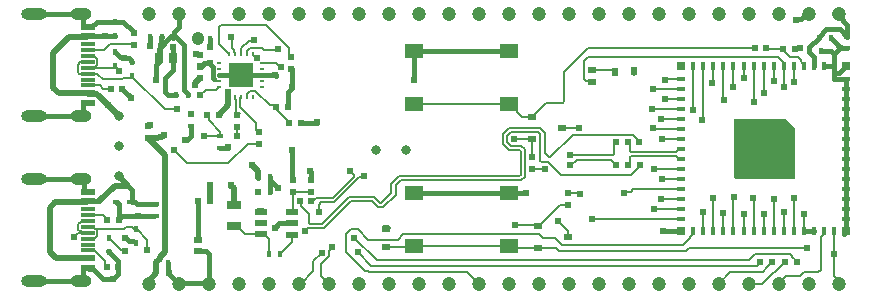
<source format=gtl>
G04*
G04 #@! TF.GenerationSoftware,Altium Limited,Altium Designer,24.7.2 (38)*
G04*
G04 Layer_Physical_Order=1*
G04 Layer_Color=255*
%FSLAX25Y25*%
%MOIN*%
G70*
G04*
G04 #@! TF.SameCoordinates,5553529B-7FC1-40E9-B1A8-37912BF81215*
G04*
G04*
G04 #@! TF.FilePolarity,Positive*
G04*
G01*
G75*
%ADD15C,0.00600*%
%ADD18R,0.02362X0.03150*%
%ADD19R,0.01968X0.02362*%
%ADD20R,0.02559X0.02165*%
%ADD21R,0.01575X0.03150*%
%ADD22R,0.03150X0.01575*%
%ADD23R,0.03150X0.03150*%
%ADD24R,0.04724X0.04724*%
%ADD25R,0.05906X0.04921*%
%ADD26R,0.01772X0.01968*%
%ADD27R,0.02362X0.01968*%
%ADD28R,0.04724X0.01181*%
%ADD29R,0.04724X0.02362*%
%ADD30R,0.01968X0.01772*%
%ADD31R,0.03150X0.02362*%
%ADD32R,0.01575X0.01890*%
%ADD33R,0.01575X0.00984*%
%ADD34R,0.00984X0.01575*%
%ADD35R,0.07874X0.07874*%
%ADD36R,0.02559X0.03347*%
%ADD37R,0.04331X0.02362*%
%ADD38R,0.05118X0.03150*%
%ADD39R,0.01890X0.01575*%
%ADD60O,0.08661X0.03937*%
%ADD61O,0.07087X0.03937*%
%AMCUSTOMSHAPE62*
4,1,5,0.00000,0.02362,0.02362,-0.00039,0.02362,-0.02362,-0.02362,-0.02362,-0.02362,0.02362,0.00000,0.02362,0.0*%
%ADD62CUSTOMSHAPE62*%

%ADD63C,0.01500*%
%ADD64C,0.02000*%
%ADD65C,0.00623*%
%ADD66C,0.04000*%
%ADD67C,0.00603*%
%ADD68C,0.04724*%
%ADD69C,0.03150*%
%ADD70C,0.02400*%
G36*
X260600Y56800D02*
Y40000D01*
X240700D01*
X240000Y40700D01*
Y59900D01*
X257500D01*
X260600Y56800D01*
D02*
G37*
D15*
X24744Y16102D02*
X24835Y16012D01*
X27233D01*
X21833Y75022D02*
X22990D01*
X23063Y74949D01*
X21382Y75473D02*
X21833Y75022D01*
X21382Y75473D02*
Y78013D01*
X27233Y77008D02*
X33323D01*
X24744D02*
X27233D01*
Y77098D02*
Y77381D01*
X27906Y78054D01*
X27913Y74949D02*
X28200Y74661D01*
X23063Y74949D02*
X27913D01*
X28200Y74661D02*
X29759Y73102D01*
X27906Y78054D02*
Y79898D01*
X27150Y80654D02*
X27906Y79898D01*
X25035Y80654D02*
X27150D01*
X24744Y80945D02*
X25035Y80654D01*
X63304Y54204D02*
X68687D01*
X63300Y54200D02*
X63304Y54204D01*
X68687D02*
X68692Y54208D01*
X68726Y55016D02*
Y55697D01*
X64984Y59439D02*
X68726Y55697D01*
X53400Y49500D02*
X57700Y45200D01*
X71500D01*
X77963Y51663D01*
X128012Y19700D02*
X129912Y21600D01*
X118149Y19700D02*
X128012D01*
X114718Y23131D02*
X118149Y19700D01*
X80642Y80388D02*
X81042D01*
X79639Y81391D02*
Y81687D01*
Y81391D02*
X80642Y80388D01*
X85600Y83074D02*
X88074D01*
X260537Y83400D02*
X260717Y83580D01*
X261851D01*
X262032Y83761D01*
X183600Y65986D02*
Y75722D01*
X172550Y53250D02*
X172700Y53100D01*
X166750Y53250D02*
X172550D01*
X166700Y53300D02*
X166750Y53250D01*
X270079Y77559D02*
Y78347D01*
X73365Y82335D02*
X73725Y81974D01*
X73365Y82335D02*
Y82560D01*
X73357Y82568D02*
X73365Y82560D01*
X73357Y82568D02*
Y82930D01*
X72691Y83596D02*
Y87209D01*
Y83596D02*
X72986Y83300D01*
X73357Y82930D01*
X50357Y63186D02*
X54514D01*
X39500Y74042D02*
X50357Y63186D01*
X262327Y79220D02*
X262913Y78634D01*
X263098D02*
X263386Y78347D01*
X262327Y79220D02*
Y79755D01*
X262913Y78634D02*
X263098D01*
X263386Y77559D02*
Y78347D01*
X261363Y80719D02*
X262327Y79755D01*
X258931Y80719D02*
X261363D01*
X256600Y83203D02*
Y83400D01*
X257281Y82369D02*
Y82522D01*
Y82369D02*
X258931Y80719D01*
X256600Y83203D02*
X257281Y82522D01*
X256405Y77846D02*
X256693Y77559D01*
Y70600D02*
Y77559D01*
X256405Y77846D02*
Y78983D01*
X190120Y73280D02*
Y79414D01*
X254755Y80634D02*
X254789Y80600D01*
X254789D02*
X256405Y78983D01*
X191306Y80600D02*
X220211D01*
X190120Y79414D02*
X191306Y80600D01*
X220245Y80634D02*
X254755D01*
X220211Y80600D02*
X220245Y80634D01*
X254789Y80600D02*
X254789D01*
X169595Y60680D02*
X172900D01*
X177620Y65400D01*
X183014D02*
X183600Y65986D01*
X177620Y65400D02*
X183014D01*
X191478Y83600D02*
X247000D01*
X190120Y73280D02*
X190777Y72623D01*
X192540D02*
X193066Y72097D01*
X190777Y72623D02*
X192540D01*
X192900Y76200D02*
X200070D01*
X255000Y95000D02*
X255481Y94519D01*
X129912Y21600D02*
X175097D01*
X121031Y13000D02*
X245213D01*
X113600Y20431D02*
X121031Y13000D01*
X110900Y21549D02*
X112482Y23131D01*
X114718D01*
X110900Y15494D02*
Y21549D01*
X24744Y82913D02*
X30268D01*
X32178Y84823D01*
X40140D01*
X36218Y73102D02*
X36871Y73755D01*
X39213D01*
X29759Y73102D02*
X36218D01*
X66700Y73129D02*
X67178Y72652D01*
X68479D01*
X72500Y87400D02*
X72691Y87209D01*
X88937Y15098D02*
X89323Y15484D01*
X89421D01*
X88937Y15000D02*
Y15098D01*
X85000Y15000D02*
Y19984D01*
X82500Y21500D02*
X83484D01*
X85000Y19984D01*
X77008Y21500D02*
X82500D01*
X73409Y24114D02*
X74394D01*
X77008Y21500D01*
X92835Y28980D02*
X93000Y29146D01*
Y35500D01*
X99000D01*
X75725Y83437D02*
X78295Y86006D01*
X75709Y81974D02*
Y83284D01*
X75725Y83300D01*
Y83437D01*
X79732Y86006D02*
X80000Y86274D01*
X78295Y86006D02*
X79732D01*
X68400Y90552D02*
X68986Y91138D01*
X68400Y85051D02*
Y90552D01*
X68986Y91138D02*
X84262D01*
X77963Y51663D02*
X81800D01*
X92835Y18898D02*
Y21402D01*
X30516Y10984D02*
X31000Y10500D01*
X30516Y10984D02*
Y12729D01*
X27233Y16012D02*
X30516Y12729D01*
X33811Y77496D02*
Y77653D01*
X39500Y74042D02*
Y74200D01*
X39213Y73755D02*
X39500Y74042D01*
X34832Y76070D02*
X35100Y75802D01*
X33811Y77496D02*
X34832Y76475D01*
Y76070D02*
Y76475D01*
X62223Y67843D02*
X63980Y69600D01*
X67552D02*
X68229Y70277D01*
X63980Y69600D02*
X67552D01*
X68229Y70277D02*
Y70557D01*
X68237Y70565D01*
X68516D01*
X22255Y78886D02*
X24654D01*
X21382Y78013D02*
X22255Y78886D01*
X24654D02*
X24744Y78976D01*
X33323Y77008D02*
X33811Y77496D01*
X74300Y54400D02*
X74500Y54600D01*
Y57263D01*
X24744Y71102D02*
X28665D01*
X29667Y70100D02*
X32300D01*
X28665Y71102D02*
X29667Y70100D01*
X31100Y26300D02*
Y26497D01*
X29683Y27913D02*
X31100Y26497D01*
X24744Y27913D02*
X29683D01*
X250000Y68700D02*
Y77559D01*
X246677Y65623D02*
Y77536D01*
Y65623D02*
X246700Y65600D01*
X246654Y77559D02*
X246677Y77536D01*
X243300Y73500D02*
X243307Y73507D01*
Y77559D01*
X239900Y70700D02*
X239961Y70761D01*
Y77559D01*
X239900Y70600D02*
Y70700D01*
X236614Y66686D02*
Y77559D01*
Y66686D02*
X236700Y66600D01*
Y66400D02*
Y66600D01*
X229921Y22441D02*
Y28879D01*
X233268Y22441D02*
Y33432D01*
X233200Y33500D02*
X233268Y33432D01*
X236500Y28600D02*
X236614Y28486D01*
Y22441D02*
Y28486D01*
X239961Y33761D02*
X240000Y33800D01*
X239961Y22441D02*
Y33761D01*
X243300Y28300D02*
X243307Y28293D01*
Y22441D02*
Y28293D01*
X246500Y33600D02*
X246654Y33446D01*
Y22441D02*
Y33446D01*
X246500Y33600D02*
Y33700D01*
X225516Y20245D02*
Y20595D01*
X180379Y20245D02*
X182645Y17979D01*
X245213Y13000D02*
X247194Y14981D01*
X258705D01*
X259584Y13950D02*
Y14102D01*
Y13950D02*
X261037Y12497D01*
X258705Y14981D02*
X259584Y14102D01*
X264419Y16981D02*
X264500Y16900D01*
X224078Y15979D02*
X225080Y16981D01*
X180876Y16920D02*
X181816Y15979D01*
X174900Y16920D02*
X180876D01*
X225080Y16981D02*
X264419D01*
X181816Y15979D02*
X224078D01*
X165000Y17500D02*
X165580Y16920D01*
X174900D01*
X133346Y17500D02*
X165000D01*
X124139Y17101D02*
X132947D01*
X133346Y17500D01*
X165000Y64784D02*
X165492D01*
X169595Y60680D01*
X133346Y64784D02*
X165000D01*
X182841Y56940D02*
X188340D01*
X188370Y56970D01*
X188400Y57000D01*
X185118Y35118D02*
X188481D01*
X184900Y35337D02*
X185118Y35118D01*
X188481D02*
X188700Y34900D01*
X184841Y20660D02*
Y22759D01*
X182200Y25400D02*
X184841Y22759D01*
X177263Y43263D02*
X177300Y43300D01*
X172700Y43263D02*
X177263D01*
X217379Y72779D02*
X218025Y73425D01*
X222441D01*
X217000Y72779D02*
X217379D01*
X226500Y63100D02*
X226537Y63137D01*
Y77522D01*
X226575Y77559D01*
X229500Y59700D02*
X229711Y59911D01*
Y77348D02*
X229921Y77559D01*
X229711Y59911D02*
Y77348D01*
X233084Y77375D02*
X233268Y77559D01*
X232900Y71800D02*
X233084Y71984D01*
Y77375D01*
X253859Y8862D02*
X257100Y12103D01*
X245000Y5000D02*
X249538D01*
X253400Y8862D02*
X253859D01*
X249538Y5000D02*
X253400Y8862D01*
X114650Y15562D02*
X119212Y11000D01*
X261037Y12300D02*
Y12497D01*
X91863Y58700D02*
Y58897D01*
X87463Y63800D02*
X87947Y63316D01*
Y62813D02*
Y63316D01*
Y62813D02*
X91863Y58897D01*
X85309Y64481D02*
X86979D01*
X80586Y69204D02*
X85309Y64481D01*
X78691Y69204D02*
X80586D01*
X77678Y67324D02*
Y68191D01*
X78691Y69204D01*
X77670Y67317D02*
X77678Y67324D01*
X86979Y64481D02*
X87463Y63997D01*
Y63800D02*
Y63997D01*
X64500Y61200D02*
X64984Y60716D01*
Y59439D02*
Y60716D01*
X84262Y91138D02*
X91919Y83481D01*
Y80921D02*
X92403Y80437D01*
X92600D01*
X70151Y83300D02*
X71765Y81687D01*
X68400Y85051D02*
X70151Y83300D01*
X77678Y81974D02*
Y82561D01*
X78691Y83574D01*
X83019D01*
X88897Y77642D02*
X89165Y77375D01*
X88358Y77642D02*
X88897D01*
X87561Y78439D02*
X88358Y77642D01*
X82887Y78439D02*
X87561D01*
X172700Y47200D02*
Y53100D01*
X174750Y24550D02*
X174900Y24400D01*
X167068Y24700D02*
X167218Y24550D01*
X174750D01*
X182219Y31400D02*
X184900D01*
X179097Y28278D02*
X182219Y31400D01*
X179097Y28203D02*
Y28278D01*
X174900Y24400D02*
X175294D01*
X179097Y28203D01*
X151000Y9000D02*
X155000Y5000D01*
X118384Y9000D02*
X151000D01*
X116994Y9400D02*
X117984D01*
X273425Y7583D02*
Y15012D01*
Y22441D01*
X226287Y22153D02*
X226575Y22441D01*
X225516Y20595D02*
X226287Y21366D01*
X223250Y17979D02*
X225516Y20245D01*
X182645Y17979D02*
X223250D01*
X175097Y21600D02*
X176452Y20245D01*
X180379D01*
X226287Y21366D02*
Y22153D01*
X250000Y28100D02*
X250200Y28300D01*
X250000Y22441D02*
Y28100D01*
X253300Y33300D02*
X253346Y33253D01*
Y22441D02*
Y33253D01*
X256693Y22441D02*
Y28893D01*
X256800Y29000D01*
X260039Y33539D02*
X260100Y33600D01*
X260039Y22441D02*
Y33539D01*
X229900Y28900D02*
X229911Y28889D01*
X229921Y28879D01*
X263386Y22441D02*
Y28286D01*
X263500Y28400D01*
X275000Y5000D02*
Y6008D01*
X273425Y7583D02*
X275000Y6008D01*
X270079Y21654D02*
Y22441D01*
X269020Y20595D02*
X270079Y21654D01*
X269020Y9720D02*
Y20595D01*
X263400Y8862D02*
X268162D01*
X269020Y9720D01*
X257600Y7600D02*
X262138D01*
X255000Y5000D02*
X257600Y7600D01*
X262138D02*
X263400Y8862D01*
X215800Y33300D02*
X215832Y33268D01*
X222441D01*
X216039Y39961D02*
X222441D01*
X216000Y40000D02*
X216039Y39961D01*
X213021Y70079D02*
X222441D01*
X213000Y70100D02*
X213021Y70079D01*
X212886Y63386D02*
X222441D01*
X212800Y63300D02*
X212886Y63386D01*
X213307Y56693D02*
X222441D01*
X213100Y56900D02*
X213307Y56693D01*
X213546Y43354D02*
X222394D01*
X222441Y43307D01*
X213500Y43400D02*
X213546Y43354D01*
X213411Y29911D02*
X222430D01*
X222441Y29921D01*
X213400Y29900D02*
X213411Y29911D01*
X216200Y53400D02*
X216227Y53373D01*
X222414D01*
X222441Y53347D01*
X215700Y60000D02*
X215720Y60020D01*
X222421D01*
X222441Y60039D01*
X217000Y66700D02*
X217032Y66732D01*
X222441D01*
X203400Y35400D02*
X203668Y35668D01*
X206600Y36614D02*
X222441D01*
X205654Y35668D02*
X206600Y36614D01*
X203668Y35668D02*
X205654D01*
X192908Y26575D02*
X222441D01*
X119212Y11000D02*
X247697D01*
X248800Y12103D02*
Y12300D01*
X247697Y11000D02*
X248800Y12103D01*
X252737D02*
Y12300D01*
X235000Y5000D02*
X238862Y8862D01*
X251284Y10650D02*
X252737Y12103D01*
X251284Y10498D02*
Y10650D01*
X238862Y8862D02*
X249649D01*
X251284Y10498D01*
X257100Y12103D02*
Y12300D01*
X260039Y72461D02*
X260100Y72400D01*
X260039Y72461D02*
Y77559D01*
X253335Y72542D02*
Y77547D01*
X253346Y77559D01*
X253323Y72530D02*
X253335Y72542D01*
X91919Y80921D02*
Y83481D01*
X183600Y75722D02*
X191478Y83600D01*
X110900Y15494D02*
X116994Y9400D01*
X83293Y83300D02*
X83519Y83074D01*
X88074D02*
X88291Y83291D01*
X83019Y83574D02*
X83293Y83300D01*
X83519Y83074D02*
X85600D01*
X117984Y9400D02*
X118384Y9000D01*
X89421Y15484D02*
X92835Y18898D01*
X250937Y83400D02*
X256600D01*
D18*
X200501Y75761D02*
D03*
X206800Y75800D02*
D03*
D19*
X208637Y44500D02*
D03*
X204700D02*
D03*
D03*
X200763D02*
D03*
X68437Y61200D02*
D03*
X64500D02*
D03*
X95800Y58700D02*
D03*
X91863D02*
D03*
X91400Y63800D02*
D03*
X87463D02*
D03*
X204700Y52400D02*
D03*
X200763D02*
D03*
X36237Y70100D02*
D03*
X32300D02*
D03*
X260537Y83400D02*
D03*
X256600D02*
D03*
X247000Y83600D02*
D03*
X250937D02*
D03*
X208600Y52400D02*
D03*
X204663D02*
D03*
X65500Y32500D02*
D03*
X61563D02*
D03*
X31100Y26300D02*
D03*
X35037D02*
D03*
X34937Y10500D02*
D03*
X31000D02*
D03*
X261037Y12300D02*
D03*
X257100D02*
D03*
X252737D02*
D03*
X248800D02*
D03*
D20*
X192900Y76200D02*
D03*
Y72263D02*
D03*
X61400Y15800D02*
D03*
Y19737D02*
D03*
D21*
X246654Y22441D02*
D03*
X226575Y77559D02*
D03*
X229921D02*
D03*
X233268D02*
D03*
X236614D02*
D03*
X239961D02*
D03*
X243307D02*
D03*
X246654D02*
D03*
X250000D02*
D03*
X253346D02*
D03*
X256693D02*
D03*
X260039D02*
D03*
X263386D02*
D03*
X266732D02*
D03*
X270079D02*
D03*
X273425D02*
D03*
X226575Y22441D02*
D03*
X229921D02*
D03*
X233268D02*
D03*
X236614D02*
D03*
X239961D02*
D03*
X243307D02*
D03*
X250000D02*
D03*
X256693D02*
D03*
X273425D02*
D03*
X263386D02*
D03*
X253346D02*
D03*
X260039D02*
D03*
X266732D02*
D03*
X270079D02*
D03*
D22*
X222441Y73425D02*
D03*
Y70079D02*
D03*
Y66732D02*
D03*
Y63386D02*
D03*
Y60039D02*
D03*
Y56693D02*
D03*
X277559Y73425D02*
D03*
Y70079D02*
D03*
Y66732D02*
D03*
Y63386D02*
D03*
Y60039D02*
D03*
Y56693D02*
D03*
X222441Y53347D02*
D03*
Y50000D02*
D03*
Y39961D02*
D03*
Y36614D02*
D03*
Y46654D02*
D03*
Y43307D02*
D03*
Y33268D02*
D03*
Y29921D02*
D03*
Y26575D02*
D03*
X277559Y53347D02*
D03*
Y50000D02*
D03*
Y46654D02*
D03*
Y43307D02*
D03*
Y39961D02*
D03*
Y36614D02*
D03*
Y33268D02*
D03*
Y29921D02*
D03*
Y26575D02*
D03*
D23*
X222441Y77559D02*
D03*
X277559D02*
D03*
X222441Y22441D02*
D03*
X277559D02*
D03*
D24*
X243504Y56496D02*
D03*
X250000D02*
D03*
X243504Y50000D02*
D03*
X250000D02*
D03*
X256496D02*
D03*
X243504Y43504D02*
D03*
X250000D02*
D03*
X256496D02*
D03*
D25*
X133346Y82500D02*
D03*
Y64784D02*
D03*
X165000Y82500D02*
D03*
Y64784D02*
D03*
X133346Y35217D02*
D03*
Y17500D02*
D03*
X165000Y35217D02*
D03*
Y17500D02*
D03*
D26*
X49400Y87300D02*
D03*
X45463D02*
D03*
X58000Y68100D02*
D03*
X54063D02*
D03*
X61500Y86500D02*
D03*
X65437D02*
D03*
X269037Y82500D02*
D03*
X265100D02*
D03*
X268563Y87100D02*
D03*
X272500D02*
D03*
X85500Y40500D02*
D03*
X81563D02*
D03*
X81500Y35500D02*
D03*
X85437D02*
D03*
X47600Y12100D02*
D03*
X51537D02*
D03*
X88937Y15000D02*
D03*
X85000D02*
D03*
D27*
X62200Y77463D02*
D03*
Y81400D02*
D03*
Y73463D02*
D03*
Y77400D02*
D03*
X172700Y43263D02*
D03*
Y47200D02*
D03*
X81800Y55600D02*
D03*
Y51663D02*
D03*
X40200Y84763D02*
D03*
Y88700D02*
D03*
X184900Y35337D02*
D03*
Y31400D02*
D03*
X92600Y76500D02*
D03*
Y80437D02*
D03*
X93000Y39437D02*
D03*
Y35500D02*
D03*
X99000Y39437D02*
D03*
Y35500D02*
D03*
X74500Y57263D02*
D03*
Y61200D02*
D03*
X44700Y53700D02*
D03*
Y57637D02*
D03*
D28*
X24744Y84882D02*
D03*
Y82913D02*
D03*
Y80945D02*
D03*
Y78976D02*
D03*
Y75039D02*
D03*
Y73071D02*
D03*
Y71102D02*
D03*
Y77008D02*
D03*
Y22008D02*
D03*
Y16102D02*
D03*
Y18071D02*
D03*
Y20039D02*
D03*
Y23976D02*
D03*
Y25945D02*
D03*
Y27913D02*
D03*
Y29882D02*
D03*
D29*
Y87441D02*
D03*
Y90591D02*
D03*
Y68543D02*
D03*
Y65394D02*
D03*
Y10394D02*
D03*
Y13543D02*
D03*
Y35591D02*
D03*
Y32441D02*
D03*
D30*
X277900Y83463D02*
D03*
Y87400D02*
D03*
X59200Y61500D02*
D03*
Y57563D02*
D03*
X47300Y27663D02*
D03*
Y31600D02*
D03*
X68692Y54208D02*
D03*
Y50271D02*
D03*
D31*
X184841Y20660D02*
D03*
X174900Y16920D02*
D03*
Y24400D02*
D03*
X172900Y60680D02*
D03*
Y53200D02*
D03*
X182841Y56940D02*
D03*
X124100Y23400D02*
D03*
X124139Y17101D02*
D03*
D32*
X33811Y77653D02*
D03*
Y82378D02*
D03*
Y87653D02*
D03*
Y92378D02*
D03*
X39500Y78924D02*
D03*
Y74200D02*
D03*
X40900Y23424D02*
D03*
Y18700D02*
D03*
X31700Y15700D02*
D03*
Y20424D02*
D03*
D33*
X82887Y76470D02*
D03*
Y74502D02*
D03*
X68516Y70565D02*
D03*
Y72533D02*
D03*
X82887Y78439D02*
D03*
X68516Y76470D02*
D03*
Y74502D02*
D03*
X82887Y70565D02*
D03*
Y72533D02*
D03*
X68516Y78439D02*
D03*
D34*
X75702Y81687D02*
D03*
X77670D02*
D03*
X71765D02*
D03*
X75702Y67317D02*
D03*
X73733D02*
D03*
Y81687D02*
D03*
X79639D02*
D03*
Y67317D02*
D03*
X77670D02*
D03*
X71765D02*
D03*
D35*
X75800Y74600D02*
D03*
D36*
X48376Y80200D02*
D03*
X53100D02*
D03*
D37*
X82500Y21500D02*
D03*
Y25339D02*
D03*
Y29079D02*
D03*
X92835Y21402D02*
D03*
Y25142D02*
D03*
Y28980D02*
D03*
D38*
X73409Y24114D02*
D03*
Y31201D02*
D03*
D39*
X34076Y32400D02*
D03*
X38800D02*
D03*
D60*
X6713Y60945D02*
D03*
Y94803D02*
D03*
Y39803D02*
D03*
Y5945D02*
D03*
D61*
X22500Y60945D02*
D03*
X22500Y95000D02*
D03*
Y40000D02*
D03*
X22500Y5945D02*
D03*
D62*
X256496Y56496D02*
D03*
D63*
X35037Y26497D02*
Y31439D01*
Y26300D02*
Y26497D01*
Y26103D02*
Y26300D01*
X34271Y32205D02*
Y32363D01*
Y32205D02*
X35037Y31439D01*
X34076Y32400D02*
X34233D01*
X34271Y32363D01*
X41263Y31700D02*
X47300D01*
X41320Y27663D02*
X46663D01*
X39533Y32400D02*
X39571Y32363D01*
X40600D01*
X41263Y31700D01*
X24925Y32622D02*
X28400D01*
X23132Y9963D02*
X23563Y10394D01*
X25175Y9963D02*
X26356D01*
X24744Y10394D02*
X25175Y9963D01*
X23563Y10394D02*
X24744D01*
X6713Y39803D02*
X6811Y39902D01*
X22402D01*
X22500Y40000D01*
X23331Y36022D02*
X23762Y35591D01*
X24744D01*
X22500Y40000D02*
X23331Y39169D01*
Y36022D02*
Y39169D01*
X6713Y5945D02*
X22500D01*
X24744Y32441D02*
X24925Y32622D01*
X23132Y6577D02*
Y9963D01*
X22500Y5945D02*
X23132Y6577D01*
X38349Y19395D02*
X39863D01*
X71434Y50370D02*
X71532Y50468D01*
X68692Y50271D02*
X68790Y50370D01*
X71434D01*
X64757Y5243D02*
X65000Y5000D01*
X55243Y5243D02*
X64757D01*
X65000D02*
Y14921D01*
X55000Y5000D02*
X55243Y5243D01*
X64121Y15800D02*
X65000Y14921D01*
X61400Y15800D02*
X64121D01*
X268329Y87274D02*
X270889Y89834D01*
X268329Y86866D02*
Y87274D01*
X275367Y89834D02*
X277802Y87400D01*
X270889Y89834D02*
X275367D01*
X277802Y87400D02*
X277900D01*
X92821Y49721D02*
X92911Y49632D01*
Y39526D02*
X93000Y39437D01*
X92911Y39526D02*
Y49632D01*
X85500Y39600D02*
X88100Y37000D01*
X85469Y35531D02*
Y39600D01*
X85500D02*
Y40500D01*
X95800Y58700D02*
X95850Y58750D01*
X101050D01*
X101100Y58800D01*
X53246Y86950D02*
X53490Y87194D01*
X54124D01*
X53003D02*
X53246Y86950D01*
X47550Y77886D02*
X48450Y78786D01*
X47550Y73020D02*
Y77886D01*
X56699Y69500D02*
X58000Y68198D01*
X54124Y87194D02*
X56699Y84619D01*
X58000Y68100D02*
Y68198D01*
X52235Y87194D02*
X53003D01*
X56699Y69500D02*
Y84619D01*
X48450Y78786D02*
Y83409D01*
X52235Y87194D01*
X81931Y29079D02*
X82500D01*
X22500Y95000D02*
X23132Y94368D01*
Y91022D02*
Y94368D01*
Y91022D02*
X23563Y90591D01*
X25925D01*
X50500Y68979D02*
Y73720D01*
Y68979D02*
X51379Y68100D01*
X54063D01*
X50500Y73720D02*
X53100Y76320D01*
X62200Y77463D02*
X62460D01*
X61966Y77229D02*
X62200Y77463D01*
X265236Y82537D02*
Y83773D01*
X268329Y86866D01*
X265100Y82402D02*
X265236Y82537D01*
X272500Y87002D02*
X274176Y85326D01*
X272500Y87002D02*
Y87100D01*
X274176Y85326D02*
X274195D01*
X274913Y84157D02*
X275363Y83706D01*
Y83463D02*
Y83706D01*
X274913Y84157D02*
Y84608D01*
X274195Y85326D02*
X274913Y84608D01*
X39500Y32400D02*
X39533D01*
X39571Y32437D01*
Y36429D01*
X262400Y93272D02*
X264127Y95000D01*
X260800Y93100D02*
X260972Y93272D01*
X262400D01*
X264127Y95000D02*
X265000D01*
X6713Y60945D02*
X22500D01*
X6811Y94902D02*
X22402D01*
X6713Y94803D02*
X6811Y94902D01*
X22402D02*
X22500Y95000D01*
X222401Y77519D02*
X222504Y77622D01*
X222622D01*
X91400Y69056D02*
X92700Y70357D01*
X92600Y76500D02*
X92650Y76450D01*
Y70650D02*
Y76450D01*
Y70650D02*
X92700Y70600D01*
X91400Y63800D02*
Y69056D01*
X92700Y70357D02*
Y70600D01*
X87000Y23700D02*
X88442Y25142D01*
X92835D01*
X216729Y22570D02*
X222530D01*
X216600Y22700D02*
X216729Y22570D01*
X222530D02*
X222700Y22400D01*
X277559Y22441D02*
Y29921D01*
X277600Y22300D02*
Y22400D01*
X53418Y87538D02*
Y89018D01*
X55000Y90600D02*
Y95000D01*
X53418Y89018D02*
X55000Y90600D01*
X275106Y75106D02*
X277559Y77559D01*
X273505Y75106D02*
X275106D01*
X273425Y73769D02*
Y77559D01*
X273569Y73425D02*
X277559D01*
X273509Y80391D02*
Y81609D01*
X273463Y77596D02*
Y80344D01*
X273509Y80391D01*
X277600Y29921D02*
Y73388D01*
X273425Y77559D02*
X273463Y77596D01*
X277559Y73425D02*
X277596Y73388D01*
X270079Y77559D02*
X273425D01*
X269037Y82500D02*
X272618D01*
X273509Y81609D01*
X275363Y83463D01*
X51537Y8463D02*
X55000Y5000D01*
X51537Y8463D02*
Y12100D01*
X276734Y21616D02*
X277559Y22441D01*
X49000Y84195D02*
Y84439D01*
X75800Y74600D02*
X82849D01*
X68516Y74502D02*
X75702D01*
X82887D02*
X87298D01*
X34703Y8346D02*
Y12540D01*
X49000Y83900D02*
Y84195D01*
X49002Y84198D01*
X48830Y84026D02*
X49000Y84195D01*
X133346Y73546D02*
Y82500D01*
X165000D01*
X200501Y75761D02*
Y75769D01*
X200070Y76200D02*
X200501Y75769D01*
X81463Y40400D02*
X81563Y40500D01*
X66379Y73450D02*
X66700Y73129D01*
X66379Y73450D02*
Y77377D01*
X65400Y78356D02*
Y78600D01*
Y78356D02*
X66379Y77377D01*
X62631Y77634D02*
Y77697D01*
X63527Y78594D02*
X65394D01*
X62631Y77697D02*
X63527Y78594D01*
X62460Y77463D02*
X62631Y77634D01*
X65394Y78594D02*
X65400Y78600D01*
X45482Y84219D02*
Y87282D01*
X45463Y87300D02*
X45482Y87282D01*
Y84219D02*
X45500Y84200D01*
X53100Y76320D02*
Y80200D01*
X53140Y80240D01*
Y83927D02*
X53180Y83966D01*
X53140Y80240D02*
Y83927D01*
X49264Y87164D02*
X49400Y87300D01*
X49264Y84703D02*
Y87164D01*
X49000Y84439D02*
X49264Y84703D01*
X48830Y80655D02*
Y84026D01*
X48376Y80200D02*
X48830Y80655D01*
X53246Y87366D02*
X53418Y87538D01*
X65437Y86500D02*
X65487Y86450D01*
Y84034D02*
Y86450D01*
Y84034D02*
X65537Y83984D01*
X57845Y53072D02*
X59200Y54427D01*
X57272Y53072D02*
X57845D01*
X59200Y54427D02*
Y57563D01*
X57100Y52900D02*
X57272Y53072D01*
X24744Y68543D02*
X24925Y68362D01*
X27638D02*
X28200Y67800D01*
X30300Y87547D02*
X33774D01*
X24850D02*
X30300D01*
X36700Y80300D02*
X36872Y80128D01*
X36528Y80472D02*
X36700Y80300D01*
X60300Y71200D02*
X60403Y71303D01*
X62003Y73463D02*
X62200D01*
X60403Y71303D02*
Y71863D01*
X27713Y92378D02*
X33811D01*
X25925Y90591D02*
X27713Y92378D01*
X33811Y82221D02*
X35559Y80472D01*
X36528D01*
X38454Y80128D02*
X39500Y79082D01*
Y78924D02*
Y79082D01*
X36872Y80128D02*
X38454D01*
X33811Y82221D02*
Y82378D01*
X38400Y67800D02*
X39100Y67100D01*
X36240Y27700D02*
X40120D01*
X31700Y15700D02*
Y15857D01*
Y15542D02*
Y15700D01*
X37444Y20300D02*
X38349Y19395D01*
X37200Y20300D02*
X37444D01*
X26356Y9963D02*
X29650Y6669D01*
X32931D02*
X33100Y6500D01*
X29650Y6669D02*
X32931D01*
X33100Y6500D02*
Y6743D01*
X34703Y8346D01*
X31505Y15895D02*
X31663D01*
X31700Y15857D01*
X24744Y87441D02*
X24850Y87547D01*
X23563Y65394D02*
X24744D01*
X23132Y61577D02*
Y64963D01*
X22500Y60945D02*
X23132Y61577D01*
Y64963D02*
X23563Y65394D01*
X263386Y22441D02*
X266732D01*
X31700Y15542D02*
X34703Y12540D01*
X35037Y26497D02*
X36240Y27700D01*
X38250Y37750D02*
X39571Y36429D01*
X33774Y87547D02*
X33811Y87585D01*
Y87653D01*
X39769Y88934D02*
Y89131D01*
Y88934D02*
X40003Y88700D01*
X40200D01*
X33811Y92378D02*
X36522D01*
X39769Y89131D01*
X36237Y69903D02*
Y70100D01*
Y69903D02*
X38400Y67740D01*
Y67800D01*
X61481Y32419D02*
X61563Y32500D01*
X61481Y19818D02*
Y32419D01*
X61400Y19737D02*
X61481Y19818D01*
X92803Y39437D02*
X93000D01*
X81500Y29510D02*
X81931Y29079D01*
X51400Y12100D02*
X51537D01*
X85437Y35500D02*
X85469Y35531D01*
X98800Y42600D02*
X99000Y42400D01*
Y39437D02*
Y42400D01*
X98803Y39437D02*
X99000D01*
X45000Y5000D02*
Y5872D01*
X277596Y73388D02*
X277600D01*
X165183Y35400D02*
X170800D01*
X133346Y35217D02*
X165000D01*
X87298Y74502D02*
X87542D01*
X87200Y74600D02*
X87298Y74502D01*
X87542D02*
X87619Y74424D01*
X275000Y94277D02*
Y95000D01*
X277900Y87400D02*
Y91377D01*
X275000Y94277D02*
X277900Y91377D01*
X265100Y82402D02*
X266401Y81100D01*
Y80791D02*
Y81100D01*
Y80791D02*
X266695Y80497D01*
Y77596D02*
Y80497D01*
Y77596D02*
X266732Y77559D01*
X165000Y35217D02*
X165183Y35400D01*
X82887Y74502D02*
Y74563D01*
X82849Y74600D02*
X82887Y74563D01*
X275363Y83463D02*
X277900D01*
D64*
X50300Y15562D02*
Y48100D01*
X44700Y53700D02*
X50300Y48100D01*
X48651Y13913D02*
X50300Y15562D01*
X48651Y13370D02*
Y13913D01*
X47600Y12319D02*
X48651Y13370D01*
X47600Y8472D02*
Y12319D01*
X12000Y15700D02*
Y30400D01*
X13976Y13724D02*
X24563D01*
X12000Y15700D02*
X13976Y13724D01*
X24563D02*
X24744Y13543D01*
X12000Y30400D02*
X13860Y32260D01*
X24563D01*
X24744Y32441D01*
X28400Y32622D02*
X28581D01*
X33709Y37750D02*
X38250D01*
X28581Y32622D02*
X33709Y37750D01*
X44700Y53700D02*
X46357Y53700D01*
X47121Y53726D02*
X49410Y53910D01*
X50200Y54700D01*
X46357Y53700D02*
X47121Y53726D01*
X68437Y61365D02*
X71617Y64545D01*
X68437Y61200D02*
Y61365D01*
X71617Y64545D02*
Y68880D01*
X123706Y23400D02*
X124100D01*
X73409Y31201D02*
Y36882D01*
X72600Y37692D02*
X73409Y36882D01*
X72600Y37692D02*
Y37800D01*
X65500Y32500D02*
Y37892D01*
X65400Y37992D02*
Y38100D01*
Y37992D02*
X65500Y37892D01*
X81463Y40400D02*
Y42629D01*
X79500Y44592D02*
Y44700D01*
Y44592D02*
X81463Y42629D01*
X124100Y23400D02*
X124494D01*
X206800Y75406D02*
Y75800D01*
X124494Y23400D02*
X124675Y23581D01*
X28200Y67800D02*
X31393Y64607D01*
X31444D01*
X24925Y68362D02*
X27638D01*
X31444Y64556D02*
X35000Y61000D01*
X18399Y87260D02*
X24563D01*
X13200Y82061D02*
X18399Y87260D01*
X13200Y70400D02*
Y82061D01*
X24563Y87260D02*
X24744Y87441D01*
X13200Y70400D02*
X15057Y68543D01*
X24744D01*
X60403Y71863D02*
X62003Y73463D01*
X35000Y41000D02*
X38250Y37750D01*
X45000Y5872D02*
X47600Y8472D01*
D65*
X22046Y22574D02*
X22406D01*
X21570Y23050D02*
Y24903D01*
Y23050D02*
X22046Y22574D01*
X20000Y20500D02*
X21508Y22008D01*
X22972D01*
X22406Y22574D02*
X22972Y22008D01*
X25023Y20318D02*
X27155D01*
X24744Y20039D02*
X25023Y20318D01*
X27155D02*
X27918Y21081D01*
X22972Y22008D02*
X24744D01*
X22333Y25666D02*
X24465D01*
X27918Y21081D02*
Y22935D01*
X27442Y23410D02*
X27918Y22935D01*
X27082Y23410D02*
X27442D01*
X26516Y23976D02*
X27082Y23410D01*
X24465Y25666D02*
X24744Y25945D01*
Y23976D02*
X26516D01*
X21570Y24903D02*
X22333Y25666D01*
X39900Y23767D02*
X40650Y23017D01*
X39900Y23767D02*
Y23924D01*
X40900Y23267D02*
Y23424D01*
X41376Y22791D02*
X41533D01*
X44578Y16122D02*
Y19746D01*
X40900Y23267D02*
X41376Y22791D01*
X41533D02*
X44578Y19746D01*
X178220Y45575D02*
X182495Y41300D01*
X205634D01*
X175586Y45959D02*
Y54842D01*
Y45959D02*
X175971Y45575D01*
X178220D01*
X27442Y23410D02*
X36931D01*
X37621Y24100D01*
X39724D01*
X111757Y33957D02*
X120157D01*
X103308Y23495D02*
X112346Y32534D01*
X119568D01*
X98765Y24918D02*
X102718D01*
X111757Y33957D01*
X98253Y23495D02*
X103308D01*
X127317Y34704D02*
Y37817D01*
X122099Y32015D02*
X122615D01*
X125894Y35294D02*
Y38406D01*
X120157Y33957D02*
X122099Y32015D01*
X123204Y30592D02*
X127317Y34704D01*
X119568Y32534D02*
X121510Y30592D01*
X123204D01*
X122615Y32015D02*
X125894Y35294D01*
X95840Y30893D02*
X98400Y28333D01*
X95840Y30893D02*
Y32176D01*
X98400Y25283D02*
Y28333D01*
Y25283D02*
X98765Y24918D01*
X39724Y24100D02*
X39900Y23924D01*
X31700Y20267D02*
Y20424D01*
Y20267D02*
X35827Y16140D01*
X36760D01*
X37100Y15800D01*
X97000Y22607D02*
X97365D01*
X98253Y23495D01*
X95500Y32516D02*
X95840Y32176D01*
X187413Y54659D02*
X189328D01*
X189362Y54693D01*
X178944Y47222D02*
X186414Y54693D01*
X189362D02*
X206504D01*
X186414D02*
X187379D01*
X187413Y54659D01*
X205634Y41300D02*
X208637Y44303D01*
X129028Y39529D02*
X169209D01*
X168620Y40951D02*
X168984Y41316D01*
Y49200D01*
X165153Y49566D02*
X168620D01*
X165153Y57034D02*
X175406D01*
X177009Y55431D01*
Y48640D02*
Y55431D01*
Y48640D02*
X178428Y47222D01*
X178944D01*
X174816Y55611D02*
X175586Y54842D01*
X162966Y51753D02*
X165153Y49566D01*
X128439Y40951D02*
X168620D01*
X169209Y39529D02*
X170407Y40727D01*
X169209Y50989D02*
X170407Y49790D01*
X165743Y55611D02*
X174816D01*
X170407Y40727D02*
Y49790D01*
X168620Y49566D02*
X168984Y49200D01*
X162966Y54847D02*
X165153Y57034D01*
X164389Y52343D02*
X165743Y50989D01*
X164389Y54257D02*
X165743Y55611D01*
Y50989D02*
X169209D01*
X162966Y51753D02*
Y54847D01*
X164389Y52343D02*
Y54257D01*
X127317Y37817D02*
X129028Y39529D01*
X125894Y38406D02*
X128439Y40951D01*
X206504Y54693D02*
X208600Y52597D01*
Y52400D02*
Y52597D01*
X208637Y44303D02*
Y44500D01*
D66*
X61400Y86600D02*
X61500Y86500D01*
X61400Y86600D02*
Y87100D01*
X274861Y94861D02*
X275000Y95000D01*
D67*
X199063Y46397D02*
X200763Y44697D01*
X185853Y44600D02*
X187650Y46397D01*
X199727Y47800D02*
X200080Y48153D01*
Y51717D01*
X185474Y47800D02*
X199727D01*
X187650Y46397D02*
X199063D01*
X200080Y51717D02*
X200763Y52400D01*
X185500Y44600D02*
X185853D01*
X200763Y44500D02*
Y44697D01*
X102300Y7700D02*
Y11607D01*
Y7700D02*
X105000Y5000D01*
X99900Y9200D02*
Y12462D01*
X95700Y5000D02*
X99900Y9200D01*
X95000Y5000D02*
X95700D01*
X102300Y11607D02*
X105102Y14409D01*
Y15986D01*
X106263Y17147D01*
Y17349D01*
X99900Y12462D02*
X102800Y15362D01*
X100723Y33552D02*
X106366D01*
X102584Y32149D02*
X106947D01*
X101800Y31366D02*
X102584Y32149D01*
X75419Y64004D02*
Y65600D01*
Y64004D02*
X80920Y58503D01*
Y56283D02*
Y58503D01*
X74016Y61883D02*
Y65600D01*
Y66477D01*
X75419Y65600D02*
Y66477D01*
X80920Y56283D02*
X81603Y55600D01*
X74016Y61883D02*
X74024Y61875D01*
X74500Y61200D02*
X75175Y61875D01*
X74024D02*
X75372D01*
X75175D02*
X75372D01*
X81603Y55600D02*
X81800D01*
X75511Y66570D02*
Y67126D01*
X75419Y66477D02*
X75511Y66570D01*
X73733Y67317D02*
X73924Y67126D01*
Y66570D02*
X74016Y66477D01*
X73924Y66570D02*
Y67126D01*
X75511D02*
X75702Y67317D01*
X99686Y32516D02*
X100723Y33552D01*
X99200Y32516D02*
X99686D01*
X101800Y29000D02*
Y31366D01*
X106947Y32149D02*
X114910Y40112D01*
X106366Y33552D02*
X113507Y40693D01*
X112100Y42600D02*
X113507Y41193D01*
Y40693D02*
Y41193D01*
X116767Y40666D02*
X116900Y40800D01*
X115263Y40666D02*
X116767D01*
X114910Y40313D02*
X115263Y40666D01*
X114910Y40112D02*
Y40313D01*
X205346Y45146D02*
Y47272D01*
Y49382D02*
X205699Y49028D01*
X205346Y47272D02*
X205699Y47625D01*
X205346Y49382D02*
Y51754D01*
X205699Y49028D02*
X220814D01*
X205699Y47625D02*
X220814D01*
X204925Y52175D02*
X205346Y51754D01*
X204700Y44500D02*
X205346Y45146D01*
X220814Y49028D02*
X221168Y49382D01*
X220814Y47625D02*
X221168Y47272D01*
Y49514D02*
X221654Y50000D01*
Y46654D02*
X222441D01*
X221168Y47139D02*
X221654Y46654D01*
X221168Y47139D02*
Y47272D01*
X221654Y50000D02*
X222441D01*
X221168Y49382D02*
Y49514D01*
D68*
X45000Y5000D02*
D03*
X55000D02*
D03*
X65000D02*
D03*
X75000D02*
D03*
X85000D02*
D03*
X95000D02*
D03*
X105000D02*
D03*
X115000D02*
D03*
X125000D02*
D03*
X135000D02*
D03*
X145000D02*
D03*
X155000D02*
D03*
X165000D02*
D03*
X175000D02*
D03*
X185000D02*
D03*
X195000D02*
D03*
X205000D02*
D03*
X215000D02*
D03*
X225000D02*
D03*
X235000D02*
D03*
X245000D02*
D03*
X255000D02*
D03*
X265000D02*
D03*
X275000D02*
D03*
Y95000D02*
D03*
X265000D02*
D03*
X255000D02*
D03*
X245000D02*
D03*
X235000D02*
D03*
X225000D02*
D03*
X215000D02*
D03*
X205000D02*
D03*
X195000D02*
D03*
X185000D02*
D03*
X175000D02*
D03*
X165000D02*
D03*
X155000D02*
D03*
X145000D02*
D03*
X135000D02*
D03*
X125000D02*
D03*
X115000D02*
D03*
X105000D02*
D03*
X95000D02*
D03*
X85000D02*
D03*
X75000D02*
D03*
X65000D02*
D03*
X55000D02*
D03*
X45000D02*
D03*
D69*
X130821Y49721D02*
D03*
X120821D02*
D03*
X35000Y41000D02*
D03*
Y51000D02*
D03*
Y61000D02*
D03*
D70*
X20000Y20500D02*
D03*
X63300Y54200D02*
D03*
X71532Y50468D02*
D03*
X45520Y57980D02*
D03*
X124000Y23700D02*
D03*
X206800Y75800D02*
D03*
X65400Y38100D02*
D03*
X88100Y37000D02*
D03*
X92821Y49721D02*
D03*
X101100Y58800D02*
D03*
X79500Y44700D02*
D03*
X72600Y37800D02*
D03*
X47550Y73020D02*
D03*
X59200Y61700D02*
D03*
X81042Y80388D02*
D03*
X77700Y76500D02*
D03*
X71617Y68880D02*
D03*
X61400Y87100D02*
D03*
X60800Y81550D02*
D03*
X82400Y25300D02*
D03*
X82500Y29200D02*
D03*
X81300Y35600D02*
D03*
X88291Y83291D02*
D03*
X185500Y44600D02*
D03*
X185474Y47800D02*
D03*
X260800Y93100D02*
D03*
X222622Y77622D02*
D03*
X92700Y70600D02*
D03*
X232900Y71800D02*
D03*
X87000Y23700D02*
D03*
X51700Y8600D02*
D03*
X133400Y73000D02*
D03*
X216600Y22700D02*
D03*
X256496Y43504D02*
D03*
X243504D02*
D03*
Y50000D02*
D03*
Y56496D02*
D03*
X253200Y46900D02*
D03*
X246900Y46800D02*
D03*
X253300Y53100D02*
D03*
X246800Y53200D02*
D03*
X262032Y83761D02*
D03*
X277559Y77559D02*
D03*
X166700Y53300D02*
D03*
X54514Y63186D02*
D03*
X53400Y49500D02*
D03*
X113600Y20431D02*
D03*
X275363Y83463D02*
D03*
X106263Y17349D02*
D03*
X72500Y87400D02*
D03*
X45500Y84200D02*
D03*
X53180Y83966D02*
D03*
X49002Y84198D02*
D03*
X53246Y87366D02*
D03*
X65537Y83984D02*
D03*
X80000Y86274D02*
D03*
X57100Y52900D02*
D03*
X50200Y54700D02*
D03*
X60300Y71200D02*
D03*
X36700Y80300D02*
D03*
X39100Y67100D02*
D03*
X65400Y78600D02*
D03*
X37200Y20300D02*
D03*
X41320Y27663D02*
D03*
X44578Y16122D02*
D03*
X37100Y15800D02*
D03*
X33100Y6500D02*
D03*
X102800Y15362D02*
D03*
X101800Y29000D02*
D03*
X99200Y32516D02*
D03*
X95500Y32516D02*
D03*
X97000Y22607D02*
D03*
X112100Y42600D02*
D03*
X116900Y40800D02*
D03*
X35100Y75802D02*
D03*
X62223Y67843D02*
D03*
X30300Y87600D02*
D03*
X31444Y64556D02*
D03*
X74300Y54400D02*
D03*
X98800Y42600D02*
D03*
X222700Y22400D02*
D03*
X229500Y59700D02*
D03*
X226500Y63100D02*
D03*
X217000Y72779D02*
D03*
X277600Y22300D02*
D03*
X250100Y50000D02*
D03*
Y43300D02*
D03*
X256300Y49800D02*
D03*
X256700Y56300D02*
D03*
X250200Y56500D02*
D03*
X74000Y72600D02*
D03*
Y76500D02*
D03*
X77500Y72400D02*
D03*
X181500Y25900D02*
D03*
X177263Y43263D02*
D03*
X170800Y35400D02*
D03*
X188700Y34900D02*
D03*
X188370Y56970D02*
D03*
X264500Y16900D02*
D03*
X273425Y15012D02*
D03*
X167068Y24700D02*
D03*
X89165Y77375D02*
D03*
X87200Y74600D02*
D03*
X114650Y15562D02*
D03*
X192908Y26575D02*
D03*
X203400Y35400D02*
D03*
X217032Y66732D02*
D03*
X215700Y60000D02*
D03*
X216200Y53400D02*
D03*
X213400Y29900D02*
D03*
X213500Y43400D02*
D03*
X216039Y39961D02*
D03*
X215800Y33300D02*
D03*
X213100Y56900D02*
D03*
X212800Y63300D02*
D03*
X213021Y70079D02*
D03*
X263500Y28400D02*
D03*
X260100Y33600D02*
D03*
X256800Y29000D02*
D03*
X253300Y33300D02*
D03*
X250200Y28300D02*
D03*
X246500Y33700D02*
D03*
X243300Y28300D02*
D03*
X240000Y33800D02*
D03*
X236500Y28600D02*
D03*
X233200Y33500D02*
D03*
X229911Y28889D02*
D03*
X236700Y66400D02*
D03*
X239900Y70600D02*
D03*
X243300Y73500D02*
D03*
X246700Y65600D02*
D03*
X250000Y68700D02*
D03*
X253323Y72530D02*
D03*
X256693Y70600D02*
D03*
X260100Y72400D02*
D03*
M02*

</source>
